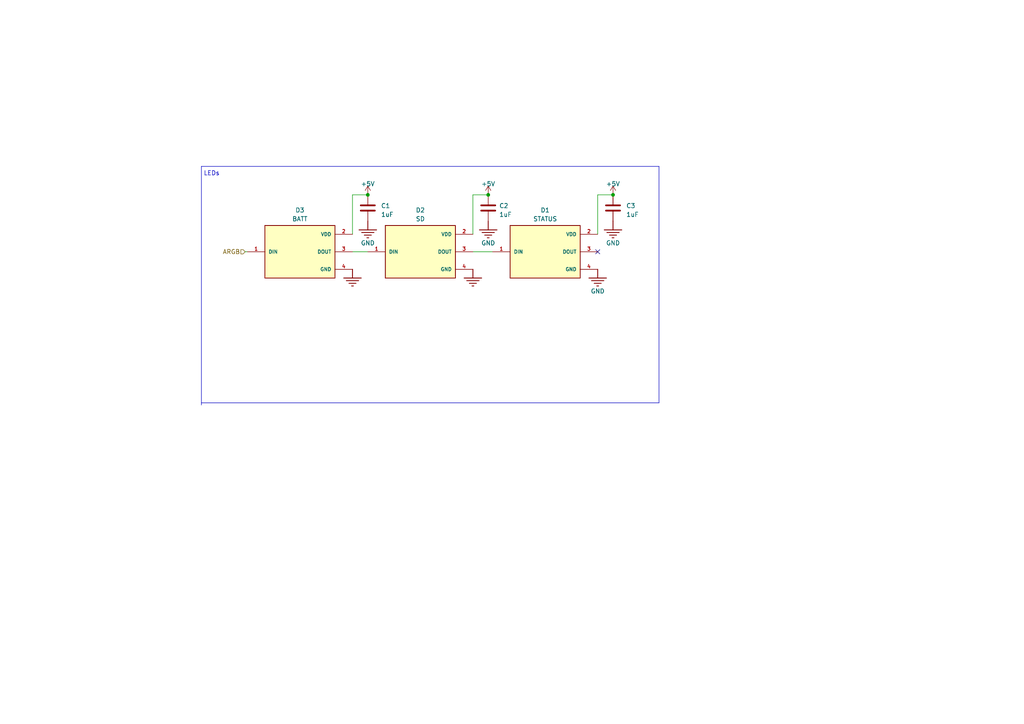
<source format=kicad_sch>
(kicad_sch (version 20230121) (generator eeschema)
  (paper "A4")
  (lib_symbols
    (symbol "Device:C" (pin_numbers hide) (pin_names (offset 0.254))
      (property "Reference" "C" (at 0.635 2.54 0))
      (property "Value" "C" (at 0.635 -2.54 0))
      (symbol "C_0_1"
        (polyline (pts (xy -2.032 -0.762) (xy 2.032 -0.762)) (stroke (width 0.508)))
        (polyline (pts (xy -2.032 0.762) (xy 2.032 0.762)) (stroke (width 0.508)))
      )
      (symbol "C_1_1"
        (pin passive line (at 0 3.81 270) (length 2.794) (name "~") (number "1"))
        (pin passive line (at 0 -3.81 90) (length 2.794) (name "~") (number "2"))
      )
    )
    (symbol "IN-PI42TASPRPGPB:IN-PI42TASPRPGPB" (pin_names (offset 1.016))
      (property "Reference" "D" (at -10.16 8.89 0))
      (property "Value" "IN-PI42TASPRPGPB" (at -10.16 -8.89 0))
      (symbol "IN-PI42TASPRPGPB_0_0"
        (rectangle (start -10.16 -7.62) (end 10.16 7.62) (stroke (width 0.254)) (fill (type background)))
        (pin input line (at -15.24 0 0) (length 5.08) (name "DIN") (number "1"))
        (pin power_in line (at 15.24 5.08 180) (length 5.08) (name "VDD") (number "2"))
        (pin output line (at 15.24 0 180) (length 5.08) (name "DOUT") (number "3"))
        (pin power_in line (at 15.24 -5.08 180) (length 5.08) (name "GND") (number "4"))
      )
    )
    (symbol "power:+5V" (power) (pin_names (offset 0))
      (property "Value" "+5V" (at 0 3.556 0))
      (symbol "+5V_0_1"
        (polyline (pts (xy -0.762 1.27) (xy 0 2.54)))
        (polyline (pts (xy 0 0) (xy 0 2.54)))
        (polyline (pts (xy 0 2.54) (xy 0.762 1.27)))
      )
      (symbol "+5V_1_1"
        (pin power_in line (at 0 0 90) (length 0) hide (name "+5V") (number "1"))
      )
    )
    (symbol "semiactive-altium-import:GND" (power)
      (property "Reference" "#PWR" (at 0 0 0))
      (property "Value" "GND" (at 0 6.35 0))
      (symbol "GND_0_0"
        (polyline (pts (xy -2.54 -2.54) (xy 2.54 -2.54)) (stroke (width 0.254)))
        (polyline (pts (xy -1.778 -3.302) (xy 1.778 -3.302)) (stroke (width 0.254)))
        (polyline (pts (xy -1.016 -4.064) (xy 1.016 -4.064)) (stroke (width 0.254)))
        (polyline (pts (xy -0.254 -4.826) (xy 0.254 -4.826)) (stroke (width 0.254)))
        (polyline (pts (xy 0 0) (xy 0 -2.54)) (stroke (width 0.254)))
        (pin power_in line (at 0 0 0) (length 0) hide (name "GND") (number ""))
      )
    )
  )
  (junction (at 141.605 56.515))
  (junction (at 177.8 56.515))
  (junction (at 106.68 56.515))
  (no_connect (at 173.355 73.025))
  (wire (pts (xy 173.355 56.515) (xy 173.355 67.945)))
  (polyline (pts (xy 191.135 48.26) (xy 191.135 116.84)))
  (wire (pts (xy 102.235 56.515) (xy 102.235 67.945)))
  (polyline (pts (xy 58.42 48.26) (xy 191.135 48.26)))
  (wire (pts (xy 102.235 56.515) (xy 106.68 56.515)))
  (wire (pts (xy 102.235 73.025) (xy 106.68 73.025)))
  (wire (pts (xy 173.355 56.515) (xy 177.8 56.515)))
  (wire (pts (xy 137.16 56.515) (xy 141.605 56.515)))
  (polyline (pts (xy 58.42 48.26) (xy 58.42 117.475)))
  (polyline (pts (xy 191.135 116.84) (xy 58.42 116.84)))
  (wire (pts (xy 137.16 56.515) (xy 137.16 67.945)))
  (wire (pts (xy 71.12 73.025) (xy 71.755 73.025)))
  (wire (pts (xy 137.16 73.025) (xy 142.875 73.025)))
  (text "LEDs \n\n\n" (at 59.055 55.245 0) (effects (font (size 1.27 1.27)) (justify left bottom)))
  (hierarchical_label "ARGB" (shape input) (at 71.12 73.025 180))
  (symbol (lib_id "power:+5V") (at 177.8 56.515 0) (unit 1)
    (property "Reference" "#PWR031" (effects hide))
    (property "Value" "+5V" (at 177.8 53.34 0))
  )
  (symbol (lib_id "semiactive-altium-import:GND") (at 177.8 64.135 0) (unit 1)
    (property "Reference" "#PWR0109" (effects hide))
    (property "Value" "GND" (at 177.8 70.485 0))
    (instances (project "semiactive" (path "" (reference "#PWR0109") (unit 1))) (project "daq-wireless" (path "" (reference "#PWR032") (unit 1)) (path "" (reference "#PWR032") (unit 1))))
  )
  (symbol (lib_id "Device:C") (at 177.8 60.325 0) (unit 1)
    (property "Reference" "C3" (at 181.61 59.69 0) (effects (justify left)))
    (property "Value" "1uF" (at 181.61 62.23 0) (effects (justify left)))
    (property "Footprint" "Capacitor_SMD:C_0603_1608Metric" (effects hide))
    (property "DPN" "1276-1102-1-ND" (effects hide))
    (instances (project "semiactive" (path "" (reference "C3") (unit 1))) (project "daq-wireless" (path "" (reference "C13") (unit 1)) (path "" (reference "C13") (unit 1))))
  )
  (symbol (lib_id "power:+5V") (at 106.68 56.515 0) (unit 1)
    (property "Reference" "#PWR021" (effects hide))
    (property "Value" "+5V" (at 106.68 53.34 0))
  )
  (symbol (lib_id "power:+5V") (at 141.605 56.515 0) (unit 1)
    (property "Reference" "#PWR026" (effects hide))
    (property "Value" "+5V" (at 141.605 53.34 0))
  )
  (symbol (lib_id "semiactive-altium-import:GND") (at 102.235 78.105 0) (unit 1)
    (property "Reference" "#PWR0118" (effects hide))
    (property "Value" "GND" (effects hide))
    (instances (project "semiactive" (path "" (reference "#PWR0118") (unit 1))) (project "daq-wireless" (path "" (reference "#PWR020") (unit 1)) (path "" (reference "#PWR020") (unit 1))))
  )
  (symbol (lib_id "Device:C") (at 106.68 60.325 0) (unit 1)
    (property "Reference" "C1" (at 110.49 59.69 0) (effects (justify left)))
    (property "Value" "1uF" (at 110.49 62.23 0) (effects (justify left)))
    (property "Footprint" "Capacitor_SMD:C_0603_1608Metric" (effects hide))
    (property "DPN" "1276-1102-1-ND" (effects hide))
    (instances (project "semiactive" (path "" (reference "C1") (unit 1))) (project "daq-wireless" (path "" (reference "C11") (unit 1)) (path "" (reference "C11") (unit 1))))
  )
  (symbol (lib_id "semiactive-altium-import:GND") (at 106.68 64.135 0) (unit 1)
    (property "Reference" "#PWR0119" (effects hide))
    (property "Value" "GND" (at 106.68 70.485 0))
    (instances (project "semiactive" (path "" (reference "#PWR0119") (unit 1))) (project "daq-wireless" (path "" (reference "#PWR022") (unit 1)) (path "" (reference "#PWR022") (unit 1))))
  )
  (symbol (lib_id "Device:C") (at 141.605 60.325 0) (unit 1)
    (property "Reference" "C2" (at 144.78 59.69 0) (effects (justify left)))
    (property "Value" "1uF" (at 144.78 62.23 0) (effects (justify left)))
    (property "Footprint" "Capacitor_SMD:C_0603_1608Metric" (effects hide))
    (property "DPN" "1276-1102-1-ND" (effects hide))
    (instances (project "semiactive" (path "" (reference "C2") (unit 1))) (project "daq-wireless" (path "" (reference "C12") (unit 1)) (path "" (reference "C12") (unit 1))))
  )
  (symbol (lib_id "IN-PI42TASPRPGPB:IN-PI42TASPRPGPB") (at 121.92 73.025 0) (unit 1)
    (property "Reference" "D2" (at 121.92 60.96 0))
    (property "Value" "SD" (at 121.92 63.5 0))
    (property "Footprint" "!footprints:LED_IN-PI42TASPRPGPB" (effects hide))
    (property "PARTREV" "Oct. 10, 2021" (effects hide))
    (property "MANUFACTURER" "Inolux" (effects hide))
    (property "MAXIMUM_PACKAGE_HEIGHT" "2.05 mm" (effects hide))
    (property "SNAPEDA_PN" "IN-PI42TASPRPGPB" (effects hide))
    (property "STANDARD" "Manufacturer Recommendations" (effects hide))
    (property "DPN" "1830-1206-2-ND" (effects hide))
    (instances (project "semiactive" (path "" (reference "D2") (unit 1))) (project "daq-wireless" (path "" (reference "D7") (unit 1)) (path "" (reference "D7") (unit 1))))
  )
  (symbol (lib_id "semiactive-altium-import:GND") (at 137.16 78.105 0) (unit 1)
    (property "Reference" "#PWR0117" (effects hide))
    (property "Value" "GND" (effects hide))
    (instances (project "semiactive" (path "" (reference "#PWR0117") (unit 1))) (project "daq-wireless" (path "" (reference "#PWR025") (unit 1)) (path "" (reference "#PWR025") (unit 1))))
  )
  (symbol (lib_id "IN-PI42TASPRPGPB:IN-PI42TASPRPGPB") (at 158.115 73.025 0) (unit 1)
    (property "Reference" "D1" (at 158.115 60.96 0))
    (property "Value" "STATUS" (at 158.115 63.5 0))
    (property "Footprint" "!footprints:LED_IN-PI42TASPRPGPB" (effects hide))
    (property "PARTREV" "Oct. 10, 2021" (effects hide))
    (property "MANUFACTURER" "Inolux" (effects hide))
    (property "MAXIMUM_PACKAGE_HEIGHT" "2.05 mm" (effects hide))
    (property "SNAPEDA_PN" "IN-PI42TASPRPGPB" (effects hide))
    (property "STANDARD" "Manufacturer Recommendations" (effects hide))
    (property "DPN" "1830-1206-2-ND" (effects hide))
    (instances (project "semiactive" (path "" (reference "D1") (unit 1))) (project "daq-wireless" (path "" (reference "D4") (unit 1)) (path "" (reference "D4") (unit 1))))
  )
  (symbol (lib_id "IN-PI42TASPRPGPB:IN-PI42TASPRPGPB") (at 86.995 73.025 0) (unit 1)
    (property "Reference" "D3" (at 86.995 60.96 0))
    (property "Value" "BATT" (at 86.995 63.5 0))
    (property "Footprint" "!footprints:LED_IN-PI42TASPRPGPB" (effects hide))
    (property "PARTREV" "Oct. 10, 2021" (effects hide))
    (property "MANUFACTURER" "Inolux" (effects hide))
    (property "MAXIMUM_PACKAGE_HEIGHT" "2.05 mm" (effects hide))
    (property "SNAPEDA_PN" "IN-PI42TASPRPGPB" (effects hide))
    (property "STANDARD" "Manufacturer Recommendations" (effects hide))
    (property "DPN" "1830-1206-2-ND" (effects hide))
    (instances (project "semiactive" (path "" (reference "D3") (unit 1))) (project "daq-wireless" (path "" (reference "D9") (unit 1)) (path "" (reference "D9") (unit 1))))
  )
  (symbol (lib_id "semiactive-altium-import:GND") (at 173.355 78.105 0) (unit 1)
    (property "Reference" "#PWR0108" (effects hide))
    (property "Value" "GND" (at 173.355 84.455 0))
    (instances (project "semiactive" (path "" (reference "#PWR0108") (unit 1))) (project "daq-wireless" (path "" (reference "#PWR030") (unit 1)) (path "" (reference "#PWR030") (unit 1))))
  )
  (symbol (lib_id "semiactive-altium-import:GND") (at 141.605 64.135 0) (unit 1)
    (property "Reference" "#PWR0116" (effects hide))
    (property "Value" "GND" (at 141.605 70.485 0))
    (instances (project "semiactive" (path "" (reference "#PWR0116") (unit 1))) (project "daq-wireless" (path "" (reference "#PWR027") (unit 1)) (path "" (reference "#PWR027") (unit 1))))
  )
)
</source>
